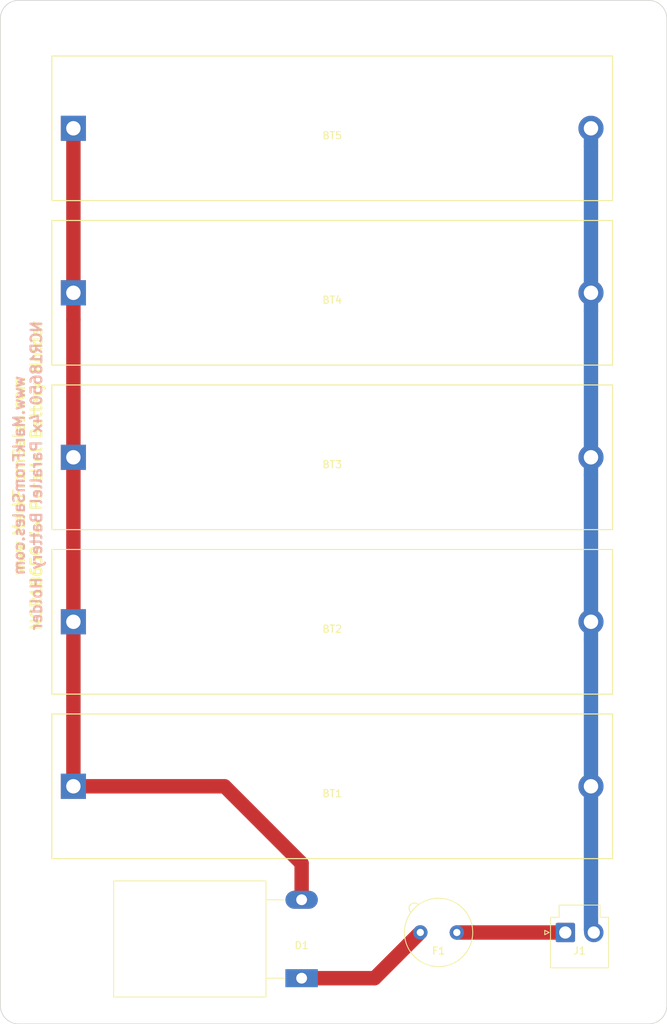
<source format=kicad_pcb>
(kicad_pcb (version 20171130) (host pcbnew "(5.0.2)-1")

  (general
    (thickness 1.6)
    (drawings 10)
    (tracks 21)
    (zones 0)
    (modules 12)
    (nets 5)
  )

  (page USLetter)
  (layers
    (0 F.Cu signal)
    (31 B.Cu signal)
    (32 B.Adhes user)
    (33 F.Adhes user)
    (34 B.Paste user)
    (35 F.Paste user)
    (36 B.SilkS user)
    (37 F.SilkS user)
    (38 B.Mask user)
    (39 F.Mask user)
    (40 Dwgs.User user)
    (41 Cmts.User user)
    (42 Eco1.User user)
    (43 Eco2.User user)
    (44 Edge.Cuts user)
    (45 Margin user)
    (46 B.CrtYd user)
    (47 F.CrtYd user)
    (48 B.Fab user hide)
    (49 F.Fab user hide)
  )

  (setup
    (last_trace_width 2)
    (user_trace_width 1)
    (user_trace_width 2)
    (trace_clearance 0.2)
    (zone_clearance 0.508)
    (zone_45_only no)
    (trace_min 0.2)
    (segment_width 0.2)
    (edge_width 0.1)
    (via_size 0.8)
    (via_drill 0.4)
    (via_min_size 0.4)
    (via_min_drill 0.3)
    (uvia_size 0.3)
    (uvia_drill 0.1)
    (uvias_allowed no)
    (uvia_min_size 0.2)
    (uvia_min_drill 0.1)
    (pcb_text_width 0.3)
    (pcb_text_size 1.5 1.5)
    (mod_edge_width 0.15)
    (mod_text_size 1 1)
    (mod_text_width 0.15)
    (pad_size 1.5 1.5)
    (pad_drill 0.6)
    (pad_to_mask_clearance 0)
    (aux_axis_origin 0 0)
    (visible_elements FFFFFF7F)
    (pcbplotparams
      (layerselection 0x010fc_ffffffff)
      (usegerberextensions false)
      (usegerberattributes false)
      (usegerberadvancedattributes false)
      (creategerberjobfile false)
      (excludeedgelayer true)
      (linewidth 0.100000)
      (plotframeref false)
      (viasonmask false)
      (mode 1)
      (useauxorigin false)
      (hpglpennumber 1)
      (hpglpenspeed 20)
      (hpglpendiameter 15.000000)
      (psnegative false)
      (psa4output false)
      (plotreference true)
      (plotvalue true)
      (plotinvisibletext false)
      (padsonsilk false)
      (subtractmaskfromsilk false)
      (outputformat 1)
      (mirror false)
      (drillshape 1)
      (scaleselection 1)
      (outputdirectory ""))
  )

  (net 0 "")
  (net 1 "Net-(BT1-Pad2)")
  (net 2 "Net-(BT1-Pad1)")
  (net 3 "Net-(D1-Pad1)")
  (net 4 "Net-(F1-Pad1)")

  (net_class Default "This is the default net class."
    (clearance 0.2)
    (trace_width 0.25)
    (via_dia 0.8)
    (via_drill 0.4)
    (uvia_dia 0.3)
    (uvia_drill 0.1)
    (add_net "Net-(BT1-Pad1)")
    (add_net "Net-(BT1-Pad2)")
    (add_net "Net-(D1-Pad1)")
    (add_net "Net-(F1-Pad1)")
  )

  (module Battery:BatteryHolder_MPD_BH-18650-PC2 (layer F.Cu) (tedit 5A562497) (tstamp 5C6C7AB3)
    (at 50.8 142.24)
    (descr "18650 Battery Holder (http://www.memoryprotectiondevices.com/datasheets/BK-18650-PC2-datasheet.pdf)")
    (tags "18650 Battery Holder")
    (path /5C5FB60E)
    (fp_text reference BT1 (at 36 1) (layer F.SilkS)
      (effects (font (size 1 1) (thickness 0.15)))
    )
    (fp_text value Battery (at 36 -0.8) (layer F.Fab)
      (effects (font (size 1 1) (thickness 0.15)))
    )
    (fp_line (start -3 10.05) (end -3 -10.05) (layer F.SilkS) (width 0.15))
    (fp_line (start 75 10.05) (end -3 10.05) (layer F.SilkS) (width 0.15))
    (fp_line (start 75 -10.05) (end 75 10.05) (layer F.SilkS) (width 0.15))
    (fp_line (start -3 -10.05) (end 75 -10.05) (layer F.SilkS) (width 0.15))
    (fp_line (start -2.8 9.85) (end -2.8 -9.85) (layer F.Fab) (width 0.15))
    (fp_line (start 74.8 9.85) (end -2.8 9.85) (layer F.Fab) (width 0.15))
    (fp_line (start 74.8 -9.85) (end 74.8 9.85) (layer F.Fab) (width 0.15))
    (fp_line (start -2.8 -9.85) (end 74.8 -9.85) (layer F.Fab) (width 0.15))
    (fp_line (start -3.2 10.25) (end -3.2 -10.25) (layer F.CrtYd) (width 0.05))
    (fp_line (start 75.2 10.25) (end -3.2 10.25) (layer F.CrtYd) (width 0.05))
    (fp_line (start 75.2 -10.25) (end 75.2 10.25) (layer F.CrtYd) (width 0.05))
    (fp_line (start -3.2 -10.25) (end 75.2 -10.25) (layer F.CrtYd) (width 0.05))
    (fp_text user %R (at 36 -2.4) (layer F.Fab)
      (effects (font (size 1 1) (thickness 0.15)))
    )
    (pad 2 thru_hole circle (at 72 0) (size 3.5 3.5) (drill 2) (layers *.Cu *.Mask)
      (net 1 "Net-(BT1-Pad2)"))
    (pad 1 thru_hole rect (at 0 0) (size 3.5 3.5) (drill 2) (layers *.Cu *.Mask)
      (net 2 "Net-(BT1-Pad1)"))
    (model ${KISYS3DMOD}/Battery.3dshapes/BatteryHolder_MPD_BH-18650-PC2.wrl
      (at (xyz 0 0 0))
      (scale (xyz 1 1 1))
      (rotate (xyz 0 0 0))
    )
  )

  (module Battery:BatteryHolder_MPD_BH-18650-PC2 (layer F.Cu) (tedit 5A562497) (tstamp 5C6C7BF7)
    (at 50.8 119.38)
    (descr "18650 Battery Holder (http://www.memoryprotectiondevices.com/datasheets/BK-18650-PC2-datasheet.pdf)")
    (tags "18650 Battery Holder")
    (path /5C5FB615)
    (fp_text reference BT2 (at 36 1) (layer F.SilkS)
      (effects (font (size 1 1) (thickness 0.15)))
    )
    (fp_text value Battery (at 36 -0.8) (layer F.Fab)
      (effects (font (size 1 1) (thickness 0.15)))
    )
    (fp_text user %R (at 36 -2.4) (layer F.Fab)
      (effects (font (size 1 1) (thickness 0.15)))
    )
    (fp_line (start -3.2 -10.25) (end 75.2 -10.25) (layer F.CrtYd) (width 0.05))
    (fp_line (start 75.2 -10.25) (end 75.2 10.25) (layer F.CrtYd) (width 0.05))
    (fp_line (start 75.2 10.25) (end -3.2 10.25) (layer F.CrtYd) (width 0.05))
    (fp_line (start -3.2 10.25) (end -3.2 -10.25) (layer F.CrtYd) (width 0.05))
    (fp_line (start -2.8 -9.85) (end 74.8 -9.85) (layer F.Fab) (width 0.15))
    (fp_line (start 74.8 -9.85) (end 74.8 9.85) (layer F.Fab) (width 0.15))
    (fp_line (start 74.8 9.85) (end -2.8 9.85) (layer F.Fab) (width 0.15))
    (fp_line (start -2.8 9.85) (end -2.8 -9.85) (layer F.Fab) (width 0.15))
    (fp_line (start -3 -10.05) (end 75 -10.05) (layer F.SilkS) (width 0.15))
    (fp_line (start 75 -10.05) (end 75 10.05) (layer F.SilkS) (width 0.15))
    (fp_line (start 75 10.05) (end -3 10.05) (layer F.SilkS) (width 0.15))
    (fp_line (start -3 10.05) (end -3 -10.05) (layer F.SilkS) (width 0.15))
    (pad 1 thru_hole rect (at 0 0) (size 3.5 3.5) (drill 2) (layers *.Cu *.Mask)
      (net 2 "Net-(BT1-Pad1)"))
    (pad 2 thru_hole circle (at 72 0) (size 3.5 3.5) (drill 2) (layers *.Cu *.Mask)
      (net 1 "Net-(BT1-Pad2)"))
    (model ${KISYS3DMOD}/Battery.3dshapes/BatteryHolder_MPD_BH-18650-PC2.wrl
      (at (xyz 0 0 0))
      (scale (xyz 1 1 1))
      (rotate (xyz 0 0 0))
    )
  )

  (module Battery:BatteryHolder_MPD_BH-18650-PC2 (layer F.Cu) (tedit 5A562497) (tstamp 5C6C7B79)
    (at 50.8 96.52)
    (descr "18650 Battery Holder (http://www.memoryprotectiondevices.com/datasheets/BK-18650-PC2-datasheet.pdf)")
    (tags "18650 Battery Holder")
    (path /5C5FA212)
    (fp_text reference BT3 (at 36 1) (layer F.SilkS)
      (effects (font (size 1 1) (thickness 0.15)))
    )
    (fp_text value Battery (at 36 -0.8) (layer F.Fab)
      (effects (font (size 1 1) (thickness 0.15)))
    )
    (fp_line (start -3 10.05) (end -3 -10.05) (layer F.SilkS) (width 0.15))
    (fp_line (start 75 10.05) (end -3 10.05) (layer F.SilkS) (width 0.15))
    (fp_line (start 75 -10.05) (end 75 10.05) (layer F.SilkS) (width 0.15))
    (fp_line (start -3 -10.05) (end 75 -10.05) (layer F.SilkS) (width 0.15))
    (fp_line (start -2.8 9.85) (end -2.8 -9.85) (layer F.Fab) (width 0.15))
    (fp_line (start 74.8 9.85) (end -2.8 9.85) (layer F.Fab) (width 0.15))
    (fp_line (start 74.8 -9.85) (end 74.8 9.85) (layer F.Fab) (width 0.15))
    (fp_line (start -2.8 -9.85) (end 74.8 -9.85) (layer F.Fab) (width 0.15))
    (fp_line (start -3.2 10.25) (end -3.2 -10.25) (layer F.CrtYd) (width 0.05))
    (fp_line (start 75.2 10.25) (end -3.2 10.25) (layer F.CrtYd) (width 0.05))
    (fp_line (start 75.2 -10.25) (end 75.2 10.25) (layer F.CrtYd) (width 0.05))
    (fp_line (start -3.2 -10.25) (end 75.2 -10.25) (layer F.CrtYd) (width 0.05))
    (fp_text user %R (at 36 -2.4) (layer F.Fab)
      (effects (font (size 1 1) (thickness 0.15)))
    )
    (pad 2 thru_hole circle (at 72 0) (size 3.5 3.5) (drill 2) (layers *.Cu *.Mask)
      (net 1 "Net-(BT1-Pad2)"))
    (pad 1 thru_hole rect (at 0 0) (size 3.5 3.5) (drill 2) (layers *.Cu *.Mask)
      (net 2 "Net-(BT1-Pad1)"))
    (model ${KISYS3DMOD}/Battery.3dshapes/BatteryHolder_MPD_BH-18650-PC2.wrl
      (at (xyz 0 0 0))
      (scale (xyz 1 1 1))
      (rotate (xyz 0 0 0))
    )
  )

  (module Connector_JST:JST_VH_B2P-VH_1x02_P3.96mm_Vertical (layer F.Cu) (tedit 5B774DBC) (tstamp 5C6C7B2B)
    (at 119.23 162.56)
    (descr "JST VH series connector, B2P-VH (http://www.jst-mfg.com/product/pdf/eng/eVH.pdf), generated with kicad-footprint-generator")
    (tags "connector JST VH side entry")
    (path /5C5FA646)
    (fp_text reference J1 (at 1.98 2.54) (layer F.SilkS)
      (effects (font (size 1 1) (thickness 0.15)))
    )
    (fp_text value Conn_01x02 (at 1.98 6) (layer F.Fab)
      (effects (font (size 1 1) (thickness 0.15)))
    )
    (fp_line (start -1.95 -2) (end -1.95 4.8) (layer F.Fab) (width 0.1))
    (fp_line (start -1.95 4.8) (end 5.91 4.8) (layer F.Fab) (width 0.1))
    (fp_line (start 5.91 4.8) (end 5.91 -2) (layer F.Fab) (width 0.1))
    (fp_line (start 5.91 -2) (end -1.95 -2) (layer F.Fab) (width 0.1))
    (fp_line (start -0.75 -2) (end -0.75 -3.7) (layer F.Fab) (width 0.1))
    (fp_line (start -0.75 -3.7) (end 4.71 -3.7) (layer F.Fab) (width 0.1))
    (fp_line (start 4.71 -3.7) (end 4.71 -2) (layer F.Fab) (width 0.1))
    (fp_line (start -1.95 -1) (end -0.95 0) (layer F.Fab) (width 0.1))
    (fp_line (start -1.95 1) (end -0.95 0) (layer F.Fab) (width 0.1))
    (fp_line (start -2.45 -4.2) (end -2.45 5.3) (layer F.CrtYd) (width 0.05))
    (fp_line (start -2.45 5.3) (end 6.41 5.3) (layer F.CrtYd) (width 0.05))
    (fp_line (start 6.41 5.3) (end 6.41 -4.2) (layer F.CrtYd) (width 0.05))
    (fp_line (start 6.41 -4.2) (end -2.45 -4.2) (layer F.CrtYd) (width 0.05))
    (fp_line (start -2.06 4.91) (end -2.06 -2.11) (layer F.SilkS) (width 0.12))
    (fp_line (start -2.06 -2.11) (end -0.86 -2.11) (layer F.SilkS) (width 0.12))
    (fp_line (start -0.86 -2.11) (end -0.86 -3.81) (layer F.SilkS) (width 0.12))
    (fp_line (start -0.86 -3.81) (end 4.82 -3.81) (layer F.SilkS) (width 0.12))
    (fp_line (start 4.82 -3.81) (end 4.82 -2.11) (layer F.SilkS) (width 0.12))
    (fp_line (start 4.82 -2.11) (end 6.02 -2.11) (layer F.SilkS) (width 0.12))
    (fp_line (start 6.02 -2.11) (end 6.02 4.91) (layer F.SilkS) (width 0.12))
    (fp_line (start 6.02 4.91) (end -2.06 4.91) (layer F.SilkS) (width 0.12))
    (fp_line (start -2.26 0) (end -2.86 0.3) (layer F.SilkS) (width 0.12))
    (fp_line (start -2.86 0.3) (end -2.86 -0.3) (layer F.SilkS) (width 0.12))
    (fp_line (start -2.86 -0.3) (end -2.26 0) (layer F.SilkS) (width 0.12))
    (fp_text user %R (at 1.98 4.1) (layer F.Fab)
      (effects (font (size 1 1) (thickness 0.15)))
    )
    (pad 1 thru_hole roundrect (at 0 0) (size 2.7 2.7) (drill 1.7) (layers *.Cu *.Mask) (roundrect_rratio 0.09259299999999999)
      (net 4 "Net-(F1-Pad1)"))
    (pad 2 thru_hole circle (at 3.96 0) (size 2.7 2.7) (drill 1.7) (layers *.Cu *.Mask)
      (net 1 "Net-(BT1-Pad2)"))
    (model ${KISYS3DMOD}/Connector_JST.3dshapes/JST_VH_B2P-VH_1x02_P3.96mm_Vertical.wrl
      (at (xyz 0 0 0))
      (scale (xyz 1 1 1))
      (rotate (xyz 0 0 0))
    )
  )

  (module Battery:BatteryHolder_MPD_BH-18650-PC2 (layer F.Cu) (tedit 5A562497) (tstamp 5C6C7A7D)
    (at 50.8 73.66)
    (descr "18650 Battery Holder (http://www.memoryprotectiondevices.com/datasheets/BK-18650-PC2-datasheet.pdf)")
    (tags "18650 Battery Holder")
    (path /5C5FA2A7)
    (fp_text reference BT4 (at 36 1) (layer F.SilkS)
      (effects (font (size 1 1) (thickness 0.15)))
    )
    (fp_text value Battery (at 36 -0.8) (layer F.Fab)
      (effects (font (size 1 1) (thickness 0.15)))
    )
    (fp_line (start -3 10.05) (end -3 -10.05) (layer F.SilkS) (width 0.15))
    (fp_line (start 75 10.05) (end -3 10.05) (layer F.SilkS) (width 0.15))
    (fp_line (start 75 -10.05) (end 75 10.05) (layer F.SilkS) (width 0.15))
    (fp_line (start -3 -10.05) (end 75 -10.05) (layer F.SilkS) (width 0.15))
    (fp_line (start -2.8 9.85) (end -2.8 -9.85) (layer F.Fab) (width 0.15))
    (fp_line (start 74.8 9.85) (end -2.8 9.85) (layer F.Fab) (width 0.15))
    (fp_line (start 74.8 -9.85) (end 74.8 9.85) (layer F.Fab) (width 0.15))
    (fp_line (start -2.8 -9.85) (end 74.8 -9.85) (layer F.Fab) (width 0.15))
    (fp_line (start -3.2 10.25) (end -3.2 -10.25) (layer F.CrtYd) (width 0.05))
    (fp_line (start 75.2 10.25) (end -3.2 10.25) (layer F.CrtYd) (width 0.05))
    (fp_line (start 75.2 -10.25) (end 75.2 10.25) (layer F.CrtYd) (width 0.05))
    (fp_line (start -3.2 -10.25) (end 75.2 -10.25) (layer F.CrtYd) (width 0.05))
    (fp_text user %R (at 36 -2.4) (layer F.Fab)
      (effects (font (size 1 1) (thickness 0.15)))
    )
    (pad 2 thru_hole circle (at 72 0) (size 3.5 3.5) (drill 2) (layers *.Cu *.Mask)
      (net 1 "Net-(BT1-Pad2)"))
    (pad 1 thru_hole rect (at 0 0) (size 3.5 3.5) (drill 2) (layers *.Cu *.Mask)
      (net 2 "Net-(BT1-Pad1)"))
    (model ${KISYS3DMOD}/Battery.3dshapes/BatteryHolder_MPD_BH-18650-PC2.wrl
      (at (xyz 0 0 0))
      (scale (xyz 1 1 1))
      (rotate (xyz 0 0 0))
    )
  )

  (module Battery:BatteryHolder_MPD_BH-18650-PC2 (layer F.Cu) (tedit 5A562497) (tstamp 5C6C7AE9)
    (at 50.8 50.8)
    (descr "18650 Battery Holder (http://www.memoryprotectiondevices.com/datasheets/BK-18650-PC2-datasheet.pdf)")
    (tags "18650 Battery Holder")
    (path /5C5FA2D9)
    (fp_text reference BT5 (at 36 1) (layer F.SilkS)
      (effects (font (size 1 1) (thickness 0.15)))
    )
    (fp_text value Battery (at 36 -0.8) (layer F.Fab)
      (effects (font (size 1 1) (thickness 0.15)))
    )
    (fp_text user %R (at 36 -2.4) (layer F.Fab)
      (effects (font (size 1 1) (thickness 0.15)))
    )
    (fp_line (start -3.2 -10.25) (end 75.2 -10.25) (layer F.CrtYd) (width 0.05))
    (fp_line (start 75.2 -10.25) (end 75.2 10.25) (layer F.CrtYd) (width 0.05))
    (fp_line (start 75.2 10.25) (end -3.2 10.25) (layer F.CrtYd) (width 0.05))
    (fp_line (start -3.2 10.25) (end -3.2 -10.25) (layer F.CrtYd) (width 0.05))
    (fp_line (start -2.8 -9.85) (end 74.8 -9.85) (layer F.Fab) (width 0.15))
    (fp_line (start 74.8 -9.85) (end 74.8 9.85) (layer F.Fab) (width 0.15))
    (fp_line (start 74.8 9.85) (end -2.8 9.85) (layer F.Fab) (width 0.15))
    (fp_line (start -2.8 9.85) (end -2.8 -9.85) (layer F.Fab) (width 0.15))
    (fp_line (start -3 -10.05) (end 75 -10.05) (layer F.SilkS) (width 0.15))
    (fp_line (start 75 -10.05) (end 75 10.05) (layer F.SilkS) (width 0.15))
    (fp_line (start 75 10.05) (end -3 10.05) (layer F.SilkS) (width 0.15))
    (fp_line (start -3 10.05) (end -3 -10.05) (layer F.SilkS) (width 0.15))
    (pad 1 thru_hole rect (at 0 0) (size 3.5 3.5) (drill 2) (layers *.Cu *.Mask)
      (net 2 "Net-(BT1-Pad1)"))
    (pad 2 thru_hole circle (at 72 0) (size 3.5 3.5) (drill 2) (layers *.Cu *.Mask)
      (net 1 "Net-(BT1-Pad2)"))
    (model ${KISYS3DMOD}/Battery.3dshapes/BatteryHolder_MPD_BH-18650-PC2.wrl
      (at (xyz 0 0 0))
      (scale (xyz 1 1 1))
      (rotate (xyz 0 0 0))
    )
  )

  (module Package_TO_SOT_THT:TO-247-2_Horizontal_TabDown (layer F.Cu) (tedit 5AC86DC3) (tstamp 5C6C7BB5)
    (at 82.55 168.91 90)
    (descr "TO-247-2, Horizontal, RM 10.9mm, see https://toshiba.semicon-storage.com/us/product/mosfet/to-247-4l.html")
    (tags "TO-247-2 Horizontal RM 10.9mm")
    (path /5C5FA944)
    (fp_text reference D1 (at 4.55 0 180) (layer F.SilkS)
      (effects (font (size 1 1) (thickness 0.15)))
    )
    (fp_text value D (at 4.804 0 180) (layer F.Fab)
      (effects (font (size 1 1) (thickness 0.15)))
    )
    (fp_circle (center 5.45 -19.86) (end 7.255 -19.86) (layer F.Fab) (width 0.1))
    (fp_line (start -2.5 -5.08) (end -2.5 -26.03) (layer F.Fab) (width 0.1))
    (fp_line (start -2.5 -26.03) (end 13.4 -26.03) (layer F.Fab) (width 0.1))
    (fp_line (start 13.4 -26.03) (end 13.4 -5.08) (layer F.Fab) (width 0.1))
    (fp_line (start 13.4 -5.08) (end -2.5 -5.08) (layer F.Fab) (width 0.1))
    (fp_line (start 0 -5.08) (end 0 0) (layer F.Fab) (width 0.1))
    (fp_line (start 10.9 -5.08) (end 10.9 0) (layer F.Fab) (width 0.1))
    (fp_line (start -2.62 -4.96) (end 13.52 -4.96) (layer F.SilkS) (width 0.12))
    (fp_line (start -2.62 -26.15) (end 13.52 -26.15) (layer F.SilkS) (width 0.12))
    (fp_line (start -2.62 -26.15) (end -2.62 -4.96) (layer F.SilkS) (width 0.12))
    (fp_line (start 13.52 -26.15) (end 13.52 -4.96) (layer F.SilkS) (width 0.12))
    (fp_line (start 0 -4.96) (end 0 -2.4) (layer F.SilkS) (width 0.12))
    (fp_line (start 10.9 -4.96) (end 10.9 -2.4) (layer F.SilkS) (width 0.12))
    (fp_line (start -2.75 -26.28) (end -2.75 2.5) (layer F.CrtYd) (width 0.05))
    (fp_line (start -2.75 2.5) (end 13.65 2.5) (layer F.CrtYd) (width 0.05))
    (fp_line (start 13.65 2.5) (end 13.65 -26.28) (layer F.CrtYd) (width 0.05))
    (fp_line (start 13.65 -26.28) (end -2.75 -26.28) (layer F.CrtYd) (width 0.05))
    (fp_text user %R (at 5.45 -27.15 90) (layer F.Fab)
      (effects (font (size 1 1) (thickness 0.15)))
    )
    (pad "" np_thru_hole oval (at 5.45 -19.86 90) (size 3.6 3.6) (drill 3.6) (layers *.Cu *.Mask))
    (pad 1 thru_hole rect (at 0 0 90) (size 2.5 4.5) (drill 1.5) (layers *.Cu *.Mask)
      (net 3 "Net-(D1-Pad1)"))
    (pad 2 thru_hole oval (at 10.9 0 90) (size 2.5 4.5) (drill 1.5) (layers *.Cu *.Mask)
      (net 2 "Net-(BT1-Pad1)"))
    (model ${KISYS3DMOD}/Package_TO_SOT_THT.3dshapes/TO-247-2_Horizontal_TabDown.wrl
      (at (xyz 0 0 0))
      (scale (xyz 1 1 1))
      (rotate (xyz 0 0 0))
    )
  )

  (module Fuse:Fuseholder_TR5_Littelfuse_No560_No460 (layer F.Cu) (tedit 5A1C8972) (tstamp 5C6C7A2B)
    (at 104.14 162.56 180)
    (descr "Fuse, Fuseholder, TR5, Littelfuse/Wickmann, No. 460, No560,")
    (tags "Fuse Fuseholder TR5 Littelfuse/Wickmann No. 460 No560 ")
    (path /5C5FBDF0)
    (fp_text reference F1 (at 2.54 -2.54 180) (layer F.SilkS)
      (effects (font (size 1 1) (thickness 0.15)))
    )
    (fp_text value Fuse (at 2.39 6.106 180) (layer F.Fab)
      (effects (font (size 1 1) (thickness 0.15)))
    )
    (fp_text user %R (at 2.75 -2.75 180) (layer F.Fab)
      (effects (font (size 1 1) (thickness 0.15)))
    )
    (fp_line (start 5.44 3.94) (end 5.31 3.79) (layer F.Fab) (width 0.1))
    (fp_line (start 5.62 4.02) (end 5.44 3.94) (layer F.Fab) (width 0.1))
    (fp_line (start 5.91 4.06) (end 5.62 4.02) (layer F.Fab) (width 0.1))
    (fp_line (start 6.2 3.98) (end 5.91 4.06) (layer F.Fab) (width 0.1))
    (fp_line (start 6.42 3.81) (end 6.2 3.98) (layer F.Fab) (width 0.1))
    (fp_line (start 6.57 3.55) (end 6.42 3.81) (layer F.Fab) (width 0.1))
    (fp_line (start 6.6 3.29) (end 6.57 3.55) (layer F.Fab) (width 0.1))
    (fp_line (start 6.55 3.04) (end 6.6 3.29) (layer F.Fab) (width 0.1))
    (fp_line (start 6.46 2.88) (end 6.55 3.04) (layer F.Fab) (width 0.1))
    (fp_line (start 6.34 2.74) (end 6.46 2.88) (layer F.Fab) (width 0.1))
    (fp_line (start 6.39 2.79) (end 6.51 2.93) (layer F.SilkS) (width 0.12))
    (fp_line (start 6.51 2.93) (end 6.6 3.09) (layer F.SilkS) (width 0.12))
    (fp_line (start 6.6 3.09) (end 6.65 3.34) (layer F.SilkS) (width 0.12))
    (fp_line (start 6.65 3.34) (end 6.62 3.6) (layer F.SilkS) (width 0.12))
    (fp_line (start 6.62 3.6) (end 6.47 3.86) (layer F.SilkS) (width 0.12))
    (fp_line (start 6.47 3.86) (end 6.25 4.03) (layer F.SilkS) (width 0.12))
    (fp_line (start 6.25 4.03) (end 5.96 4.11) (layer F.SilkS) (width 0.12))
    (fp_line (start 5.96 4.11) (end 5.67 4.07) (layer F.SilkS) (width 0.12))
    (fp_line (start 5.67 4.07) (end 5.49 3.99) (layer F.SilkS) (width 0.12))
    (fp_line (start 5.49 3.99) (end 5.36 3.84) (layer F.SilkS) (width 0.12))
    (fp_line (start -2.46 -4.99) (end 7.54 -4.99) (layer F.CrtYd) (width 0.05))
    (fp_line (start -2.46 -4.99) (end -2.46 5.01) (layer F.CrtYd) (width 0.05))
    (fp_line (start 7.54 5.01) (end 7.54 -4.99) (layer F.CrtYd) (width 0.05))
    (fp_line (start 7.54 5.01) (end -2.46 5.01) (layer F.CrtYd) (width 0.05))
    (fp_circle (center 2.55 0) (end 7.25 0) (layer F.Fab) (width 0.1))
    (fp_circle (center 2.54 0.01) (end 7.29 0.01) (layer F.SilkS) (width 0.12))
    (pad 1 thru_hole circle (at 0 0 180) (size 2 2) (drill 1) (layers *.Cu *.Mask)
      (net 4 "Net-(F1-Pad1)"))
    (pad 2 thru_hole circle (at 5.08 0.01 180) (size 2 2) (drill 1) (layers *.Cu *.Mask)
      (net 3 "Net-(D1-Pad1)"))
    (model ${KISYS3DMOD}/Fuse.3dshapes/Fuseholder_TR5_Littelfuse_No560_No460.wrl
      (at (xyz 0 0 0))
      (scale (xyz 1 1 1))
      (rotate (xyz 0 0 0))
    )
  )

  (module MountingHole:MountingHole_3.2mm_M3 (layer F.Cu) (tedit 5C5FA848) (tstamp 5C6C7D3A)
    (at 44.45 36.83)
    (descr "Mounting Hole 3.2mm, no annular, M3")
    (tags "mounting hole 3.2mm no annular m3")
    (path /5C5FCA06)
    (attr virtual)
    (fp_text reference H1 (at 0 -4.2) (layer F.SilkS) hide
      (effects (font (size 1 1) (thickness 0.15)))
    )
    (fp_text value MountingHole (at 0 4.2) (layer F.Fab)
      (effects (font (size 1 1) (thickness 0.15)))
    )
    (fp_text user %R (at 0.3 0) (layer F.Fab)
      (effects (font (size 1 1) (thickness 0.15)))
    )
    (fp_circle (center 0 0) (end 3.2 0) (layer Cmts.User) (width 0.15))
    (fp_circle (center 0 0) (end 3.45 0) (layer F.CrtYd) (width 0.05))
    (pad 1 np_thru_hole circle (at 0 0) (size 3.2 3.2) (drill 3.2) (layers *.Cu *.Mask))
  )

  (module MountingHole:MountingHole_3.2mm_M3 (layer F.Cu) (tedit 5C5FA88D) (tstamp 5C6C7D42)
    (at 129.54 36.83)
    (descr "Mounting Hole 3.2mm, no annular, M3")
    (tags "mounting hole 3.2mm no annular m3")
    (path /5C5FCA9A)
    (attr virtual)
    (fp_text reference H2 (at 0 -4.2) (layer F.SilkS) hide
      (effects (font (size 1 1) (thickness 0.15)))
    )
    (fp_text value MountingHole (at 0 4.2) (layer F.Fab)
      (effects (font (size 1 1) (thickness 0.15)))
    )
    (fp_text user %R (at 0.3 0) (layer F.Fab)
      (effects (font (size 1 1) (thickness 0.15)))
    )
    (fp_circle (center 0 0) (end 3.2 0) (layer Cmts.User) (width 0.15))
    (fp_circle (center 0 0) (end 3.45 0) (layer F.CrtYd) (width 0.05))
    (pad 1 np_thru_hole circle (at 0 0) (size 3.2 3.2) (drill 3.2) (layers *.Cu *.Mask))
  )

  (module MountingHole:MountingHole_3.2mm_M3 (layer F.Cu) (tedit 5C5FA9A8) (tstamp 5C6C7D4A)
    (at 44.45 171.45)
    (descr "Mounting Hole 3.2mm, no annular, M3")
    (tags "mounting hole 3.2mm no annular m3")
    (path /5C5FCA72)
    (attr virtual)
    (fp_text reference H3 (at 0 -4.2) (layer F.SilkS) hide
      (effects (font (size 1 1) (thickness 0.15)))
    )
    (fp_text value MountingHole (at 0 4.2) (layer F.Fab)
      (effects (font (size 1 1) (thickness 0.15)))
    )
    (fp_circle (center 0 0) (end 3.45 0) (layer F.CrtYd) (width 0.05))
    (fp_circle (center 0 0) (end 3.2 0) (layer Cmts.User) (width 0.15))
    (fp_text user %R (at 0.3 0) (layer F.Fab)
      (effects (font (size 1 1) (thickness 0.15)))
    )
    (pad 1 np_thru_hole circle (at 0 0) (size 3.2 3.2) (drill 3.2) (layers *.Cu *.Mask))
  )

  (module MountingHole:MountingHole_3.2mm_M3 (layer F.Cu) (tedit 5C5FA9A3) (tstamp 5C6C7D52)
    (at 129.54 171.45)
    (descr "Mounting Hole 3.2mm, no annular, M3")
    (tags "mounting hole 3.2mm no annular m3")
    (path /5C5FCAD2)
    (attr virtual)
    (fp_text reference H4 (at 0 -4.2) (layer F.SilkS) hide
      (effects (font (size 1 1) (thickness 0.15)))
    )
    (fp_text value MountingHole (at 0 4.2) (layer F.Fab)
      (effects (font (size 1 1) (thickness 0.15)))
    )
    (fp_circle (center 0 0) (end 3.45 0) (layer F.CrtYd) (width 0.05))
    (fp_circle (center 0 0) (end 3.2 0) (layer Cmts.User) (width 0.15))
    (fp_text user %R (at 0.3 0) (layer F.Fab)
      (effects (font (size 1 1) (thickness 0.15)))
    )
    (pad 1 np_thru_hole circle (at 0 0) (size 3.2 3.2) (drill 3.2) (layers *.Cu *.Mask))
  )

  (gr_text "www.MarkFromSales.com\nNCR18650 4x Parallel Battery Holder" (at 44.45 99.06 90) (layer B.SilkS)
    (effects (font (size 1.5 1.5) (thickness 0.3)) (justify mirror))
  )
  (gr_text "www.MarkFromSales.com\nNCR18650 4x Parallel Battery Holder" (at 44.45 99.06 90) (layer F.SilkS)
    (effects (font (size 1.5 1.5) (thickness 0.3)))
  )
  (gr_arc (start 43.18 172.72) (end 40.64 172.72) (angle -90) (layer Edge.Cuts) (width 0.1) (tstamp 5C6C7D08))
  (gr_arc (start 130.81 172.72) (end 130.81 175.26) (angle -90) (layer Edge.Cuts) (width 0.1) (tstamp 5C6C7CFE))
  (gr_arc (start 130.81 35.56) (end 133.35 35.56) (angle -90) (layer Edge.Cuts) (width 0.1) (tstamp 5C6C7CF1))
  (gr_arc (start 43.18 35.56) (end 43.18 33.02) (angle -90) (layer Edge.Cuts) (width 0.1))
  (gr_line (start 130.81 33.02) (end 43.18 33.02) (layer Edge.Cuts) (width 0.1))
  (gr_line (start 133.35 172.72) (end 133.35 35.56) (layer Edge.Cuts) (width 0.1))
  (gr_line (start 43.18 175.26) (end 130.81 175.26) (layer Edge.Cuts) (width 0.1))
  (gr_line (start 40.64 35.56) (end 40.64 172.72) (layer Edge.Cuts) (width 0.1))

  (segment (start 122.8 53.274873) (end 122.8 73.66) (width 2) (layer B.Cu) (net 1))
  (segment (start 122.8 50.8) (end 122.8 53.274873) (width 2) (layer B.Cu) (net 1))
  (segment (start 122.8 76.134873) (end 122.8 96.52) (width 2) (layer B.Cu) (net 1))
  (segment (start 122.8 73.66) (end 122.8 76.134873) (width 2) (layer B.Cu) (net 1))
  (segment (start 122.8 98.994873) (end 122.8 119.38) (width 2) (layer B.Cu) (net 1))
  (segment (start 122.8 96.52) (end 122.8 98.994873) (width 2) (layer B.Cu) (net 1))
  (segment (start 122.8 121.854873) (end 122.8 142.24) (width 2) (layer B.Cu) (net 1))
  (segment (start 122.8 119.38) (end 122.8 121.854873) (width 2) (layer B.Cu) (net 1))
  (segment (start 122.8 162.17) (end 123.19 162.56) (width 2) (layer B.Cu) (net 1))
  (segment (start 122.8 142.24) (end 122.8 162.17) (width 2) (layer B.Cu) (net 1))
  (segment (start 50.8 50.8) (end 50.8 73.66) (width 2) (layer F.Cu) (net 2))
  (segment (start 50.8 77.41) (end 50.8 96.52) (width 2) (layer F.Cu) (net 2))
  (segment (start 50.8 73.66) (end 50.8 77.41) (width 2) (layer F.Cu) (net 2))
  (segment (start 50.8 96.52) (end 50.8 119.38) (width 2) (layer F.Cu) (net 2))
  (segment (start 50.8 119.38) (end 50.8 142.24) (width 2) (layer F.Cu) (net 2))
  (segment (start 71.83 142.24) (end 82.55 152.96) (width 2) (layer F.Cu) (net 2))
  (segment (start 50.8 142.24) (end 71.83 142.24) (width 2) (layer F.Cu) (net 2))
  (segment (start 82.55 152.96) (end 82.55 158.01) (width 2) (layer F.Cu) (net 2))
  (segment (start 99.06 162.55) (end 92.7 168.91) (width 2) (layer F.Cu) (net 3))
  (segment (start 92.7 168.91) (end 82.55 168.91) (width 2) (layer F.Cu) (net 3))
  (segment (start 104.14 162.56) (end 119.23 162.56) (width 2) (layer F.Cu) (net 4))

)

</source>
